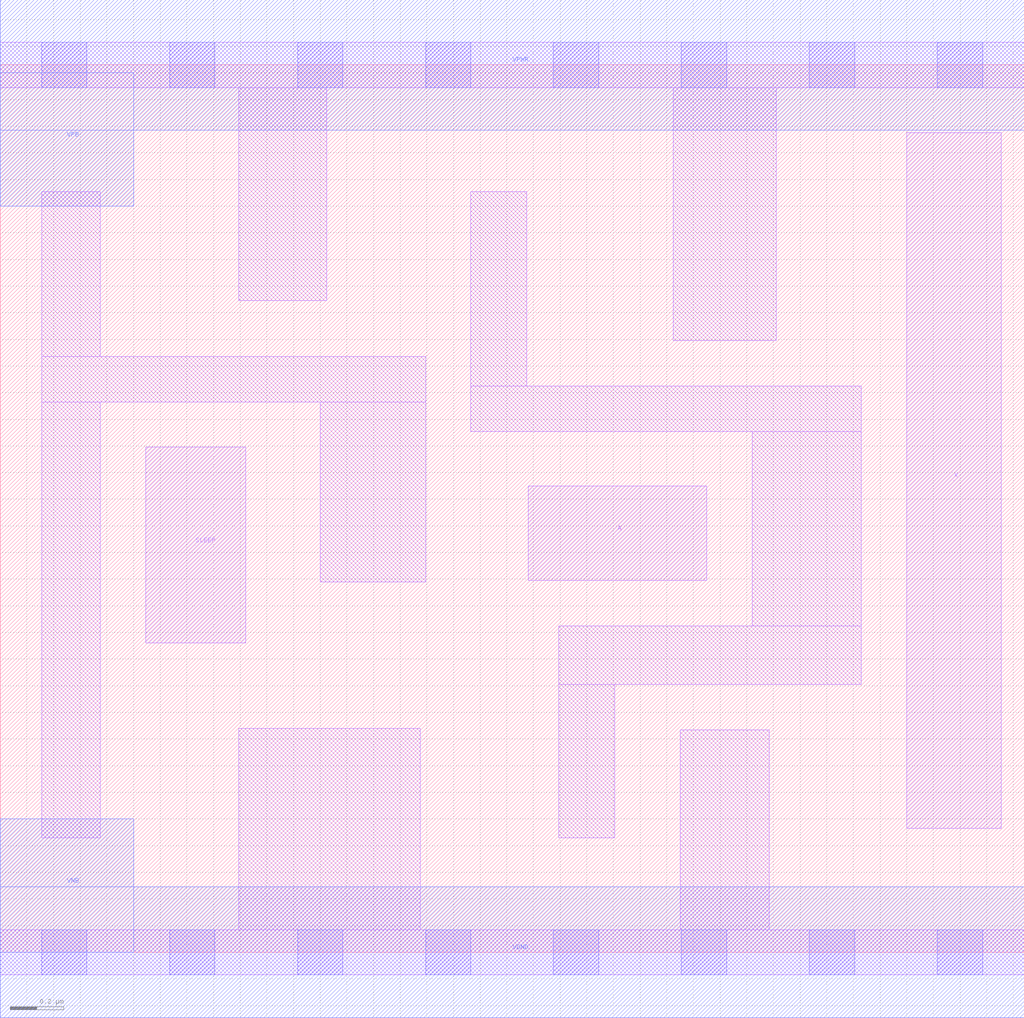
<source format=lef>
# Copyright 2020 The SkyWater PDK Authors
#
# Licensed under the Apache License, Version 2.0 (the "License");
# you may not use this file except in compliance with the License.
# You may obtain a copy of the License at
#
#     https://www.apache.org/licenses/LICENSE-2.0
#
# Unless required by applicable law or agreed to in writing, software
# distributed under the License is distributed on an "AS IS" BASIS,
# WITHOUT WARRANTIES OR CONDITIONS OF ANY KIND, either express or implied.
# See the License for the specific language governing permissions and
# limitations under the License.
#
# SPDX-License-Identifier: Apache-2.0

VERSION 5.5 ;
NAMESCASESENSITIVE ON ;
BUSBITCHARS "[]" ;
DIVIDERCHAR "/" ;
MACRO sky130_fd_sc_lp__inputiso0p_lp
  CLASS CORE ;
  SOURCE USER ;
  ORIGIN  0.000000  0.000000 ;
  SIZE  3.840000 BY  3.330000 ;
  SYMMETRY X Y R90 ;
  SITE unit ;
  PIN A
    ANTENNAGATEAREA  0.189000 ;
    DIRECTION INPUT ;
    USE SIGNAL ;
    PORT
      LAYER li1 ;
        RECT 1.980000 1.395000 2.650000 1.750000 ;
    END
  END A
  PIN SLEEP
    ANTENNAGATEAREA  0.252000 ;
    DIRECTION INPUT ;
    USE SIGNAL ;
    PORT
      LAYER li1 ;
        RECT 0.545000 1.160000 0.920000 1.895000 ;
    END
  END SLEEP
  PIN X
    ANTENNADIFFAREA  0.445200 ;
    DIRECTION OUTPUT ;
    USE SIGNAL ;
    PORT
      LAYER li1 ;
        RECT 3.400000 0.465000 3.755000 3.075000 ;
    END
  END X
  PIN VGND
    DIRECTION INOUT ;
    USE GROUND ;
    PORT
      LAYER met1 ;
        RECT 0.000000 -0.245000 3.840000 0.245000 ;
    END
  END VGND
  PIN VNB
    DIRECTION INOUT ;
    USE GROUND ;
    PORT
    END
  END VNB
  PIN VPB
    DIRECTION INOUT ;
    USE POWER ;
    PORT
    END
  END VPB
  PIN VNB
    DIRECTION INOUT ;
    USE GROUND ;
    PORT
      LAYER met1 ;
        RECT 0.000000 0.000000 0.500000 0.500000 ;
    END
  END VNB
  PIN VPB
    DIRECTION INOUT ;
    USE POWER ;
    PORT
      LAYER met1 ;
        RECT 0.000000 2.800000 0.500000 3.300000 ;
    END
  END VPB
  PIN VPWR
    DIRECTION INOUT ;
    USE POWER ;
    PORT
      LAYER met1 ;
        RECT 0.000000 3.085000 3.840000 3.575000 ;
    END
  END VPWR
  OBS
    LAYER li1 ;
      RECT 0.000000 -0.085000 3.840000 0.085000 ;
      RECT 0.000000  3.245000 3.840000 3.415000 ;
      RECT 0.155000  0.430000 0.375000 2.065000 ;
      RECT 0.155000  2.065000 1.595000 2.235000 ;
      RECT 0.155000  2.235000 0.375000 2.855000 ;
      RECT 0.895000  0.085000 1.575000 0.840000 ;
      RECT 0.895000  2.445000 1.225000 3.245000 ;
      RECT 1.200000  1.390000 1.595000 2.065000 ;
      RECT 1.765000  1.955000 3.230000 2.125000 ;
      RECT 1.765000  2.125000 1.975000 2.855000 ;
      RECT 2.095000  0.430000 2.305000 1.005000 ;
      RECT 2.095000  1.005000 3.230000 1.225000 ;
      RECT 2.525000  2.295000 2.910000 3.245000 ;
      RECT 2.550000  0.085000 2.885000 0.835000 ;
      RECT 2.820000  1.225000 3.230000 1.955000 ;
    LAYER mcon ;
      RECT 0.155000 -0.085000 0.325000 0.085000 ;
      RECT 0.155000  3.245000 0.325000 3.415000 ;
      RECT 0.635000 -0.085000 0.805000 0.085000 ;
      RECT 0.635000  3.245000 0.805000 3.415000 ;
      RECT 1.115000 -0.085000 1.285000 0.085000 ;
      RECT 1.115000  3.245000 1.285000 3.415000 ;
      RECT 1.595000 -0.085000 1.765000 0.085000 ;
      RECT 1.595000  3.245000 1.765000 3.415000 ;
      RECT 2.075000 -0.085000 2.245000 0.085000 ;
      RECT 2.075000  3.245000 2.245000 3.415000 ;
      RECT 2.555000 -0.085000 2.725000 0.085000 ;
      RECT 2.555000  3.245000 2.725000 3.415000 ;
      RECT 3.035000 -0.085000 3.205000 0.085000 ;
      RECT 3.035000  3.245000 3.205000 3.415000 ;
      RECT 3.515000 -0.085000 3.685000 0.085000 ;
      RECT 3.515000  3.245000 3.685000 3.415000 ;
  END
END sky130_fd_sc_lp__inputiso0p_lp
END LIBRARY

</source>
